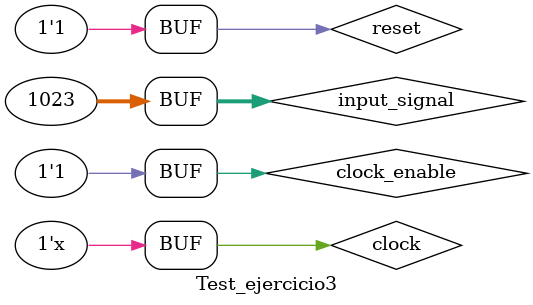
<source format=v>
`timescale 1ns / 1ps


module Test_ejercicio3;

	// Inputs
	reg [31:0] input_signal;
	reg clock_enable;
	reg reset;
	reg clock;

	// Outputs
	wire [31:0] output_register;

	// Instantiate the Unit Under Test (UUT)
	Ejercicio3 uut (
		.input_signal(input_signal), 
		.output_register(output_register), 
		.clock_enable(clock_enable), 
		.reset(reset), 
		.clock(clock)
	);
	
	always #10
	clock = ~clock;

	initial begin
		input_signal = 10'b1111111111;
		clock_enable = 0;
		reset = 0;
		clock = 0;

		#40;
        
		input_signal = 10'b1111111111;
		clock_enable = 1;
		reset = 0;
		
		#40;
		
		input_signal = 10'b1111111111;
		clock_enable = 1;
		reset = 1;
	end
      
endmodule


</source>
